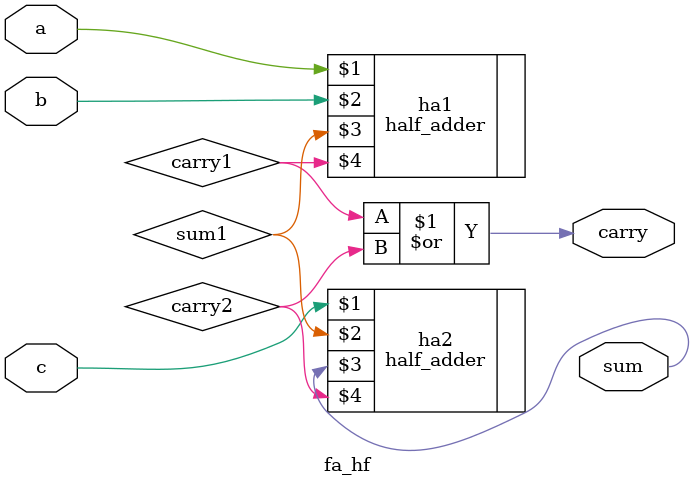
<source format=v>
module fa_hf (
    input a,b,c,
    output sum,carry
);
    
wire sum1, carry1, carry2;

half_adder ha1(a,b,sum1,carry1), ha2(c,sum1,sum, carry2);

assign carry= carry1 | carry2;

endmodule
</source>
